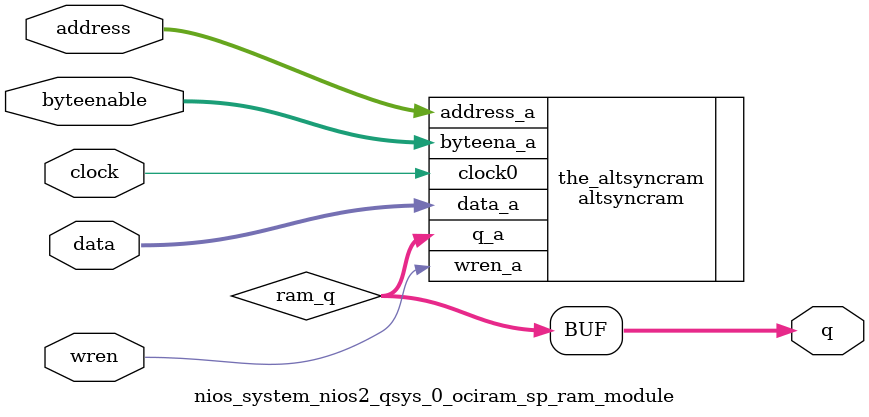
<source format=v>
module nios_system_nios2_qsys_0_ociram_sp_ram_module (
                                                       // inputs:
                                                        address,
                                                        byteenable,
                                                        clock,
                                                        data,
                                                        wren,
                                                       // outputs:
                                                        q
                                                     )
;
  parameter lpm_file = "UNUSED";
  output  [ 31: 0] q;
  input   [  7: 0] address;
  input   [  3: 0] byteenable;
  input            clock;
  input   [ 31: 0] data;
  input            wren;
  wire    [ 31: 0] q;
  wire    [ 31: 0] ram_q;
  assign q = ram_q;
  altsyncram the_altsyncram
    (
      .address_a (address),
      .byteena_a (byteenable),
      .clock0 (clock),
      .data_a (data),
      .q_a (ram_q),
      .wren_a (wren)
    );
  defparam the_altsyncram.init_file = lpm_file,
           the_altsyncram.maximum_depth = 0,
           the_altsyncram.numwords_a = 256,
           the_altsyncram.operation_mode = "SINGLE_PORT",
           the_altsyncram.outdata_reg_a = "UNREGISTERED",
           the_altsyncram.ram_block_type = "AUTO",
           the_altsyncram.width_a = 32,
           the_altsyncram.width_byteena_a = 4,
           the_altsyncram.widthad_a = 8;
endmodule
</source>
